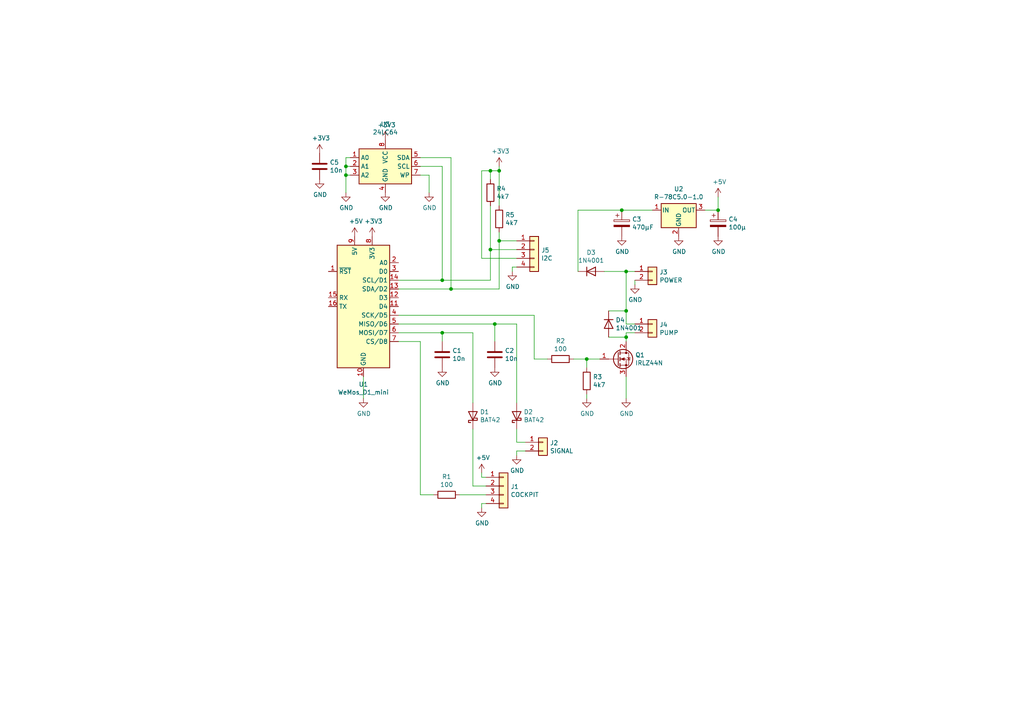
<source format=kicad_sch>
(kicad_sch (version 20211123) (generator eeschema)
  (paper "A4")
  (lib_symbols
    (symbol "Connector_Generic:Conn_01x02" (pin_names (offset 1.016) hide)
      (property "Reference" "J" (at 0 2.54 0))
      (property "Value" "Conn_01x02" (at 0 -5.08 0))
      (symbol "Conn_01x02_1_1"
        (rectangle (start -1.27 -2.413) (end 0 -2.667) (stroke (width 0.1524)))
        (rectangle (start -1.27 0.127) (end 0 -0.127) (stroke (width 0.1524)))
        (rectangle (start -1.27 1.27) (end 1.27 -3.81) (stroke (width 0.254)) (fill (type background)))
        (pin passive line (at -5.08 0 0) (length 3.81) (name "Pin_1") (number "1"))
        (pin passive line (at -5.08 -2.54 0) (length 3.81) (name "Pin_2") (number "2"))
      )
    )
    (symbol "Connector_Generic:Conn_01x04" (pin_names (offset 1.016) hide)
      (property "Reference" "J" (at 0 5.08 0))
      (property "Value" "Conn_01x04" (at 0 -7.62 0))
      (symbol "Conn_01x04_1_1"
        (rectangle (start -1.27 -4.953) (end 0 -5.207) (stroke (width 0.1524)))
        (rectangle (start -1.27 -2.413) (end 0 -2.667) (stroke (width 0.1524)))
        (rectangle (start -1.27 0.127) (end 0 -0.127) (stroke (width 0.1524)))
        (rectangle (start -1.27 2.667) (end 0 2.413) (stroke (width 0.1524)))
        (rectangle (start -1.27 3.81) (end 1.27 -6.35) (stroke (width 0.254)) (fill (type background)))
        (pin passive line (at -5.08 2.54 0) (length 3.81) (name "Pin_1") (number "1"))
        (pin passive line (at -5.08 0 0) (length 3.81) (name "Pin_2") (number "2"))
        (pin passive line (at -5.08 -2.54 0) (length 3.81) (name "Pin_3") (number "3"))
        (pin passive line (at -5.08 -5.08 0) (length 3.81) (name "Pin_4") (number "4"))
      )
    )
    (symbol "Device:C" (pin_numbers hide) (pin_names (offset 0.254))
      (property "Reference" "C" (at 0.635 2.54 0))
      (property "Value" "C" (at 0.635 -2.54 0))
      (symbol "C_0_1"
        (polyline (pts (xy -2.032 -0.762) (xy 2.032 -0.762)) (stroke (width 0.508)))
        (polyline (pts (xy -2.032 0.762) (xy 2.032 0.762)) (stroke (width 0.508)))
      )
      (symbol "C_1_1"
        (pin passive line (at 0 3.81 270) (length 2.794) (name "~") (number "1"))
        (pin passive line (at 0 -3.81 90) (length 2.794) (name "~") (number "2"))
      )
    )
    (symbol "Device:CP" (pin_numbers hide) (pin_names (offset 0.254))
      (property "Reference" "C" (at 0.635 2.54 0))
      (property "Value" "Device_CP" (at 0.635 -2.54 0))
      (symbol "CP_0_1"
        (rectangle (start -2.286 0.508) (end 2.286 1.016))
        (polyline (pts (xy -1.778 2.286) (xy -0.762 2.286)))
        (polyline (pts (xy -1.27 2.794) (xy -1.27 1.778)))
        (rectangle (start 2.286 -0.508) (end -2.286 -1.016) (fill (type outline)))
      )
      (symbol "CP_1_1"
        (pin passive line (at 0 3.81 270) (length 2.794) (name "~") (number "1"))
        (pin passive line (at 0 -3.81 90) (length 2.794) (name "~") (number "2"))
      )
    )
    (symbol "Device:R" (pin_numbers hide) (pin_names (offset 0))
      (property "Reference" "R" (at 2.032 0 90))
      (property "Value" "R" (at 0 0 90))
      (symbol "R_0_1"
        (rectangle (start -1.016 -2.54) (end 1.016 2.54) (stroke (width 0.254)))
      )
      (symbol "R_1_1"
        (pin passive line (at 0 3.81 270) (length 1.27) (name "~") (number "1"))
        (pin passive line (at 0 -3.81 90) (length 1.27) (name "~") (number "2"))
      )
    )
    (symbol "Diode:1N4001" (pin_numbers hide) (pin_names (offset 1.016) hide)
      (property "Reference" "D" (at 0 2.54 0))
      (property "Value" "1N4001" (at 0 -2.54 0))
      (symbol "1N4001_0_1"
        (polyline (pts (xy -1.27 1.27) (xy -1.27 -1.27)) (stroke (width 0.254)))
        (polyline (pts (xy 1.27 0) (xy -1.27 0)))
        (polyline (pts (xy 1.27 1.27) (xy 1.27 -1.27) (xy -1.27 0) (xy 1.27 1.27)) (stroke (width 0.254)))
      )
      (symbol "1N4001_1_1"
        (pin passive line (at -3.81 0 0) (length 2.54) (name "K") (number "1"))
        (pin passive line (at 3.81 0 180) (length 2.54) (name "A") (number "2"))
      )
    )
    (symbol "Diode:BAT42" (pin_numbers hide) (pin_names (offset 1.016) hide)
      (property "Reference" "D" (at 0 2.54 0))
      (property "Value" "BAT42" (at 0 -2.54 0))
      (symbol "BAT42_0_1"
        (polyline (pts (xy 1.27 0) (xy -1.27 0)))
        (polyline (pts (xy 1.27 1.27) (xy 1.27 -1.27) (xy -1.27 0) (xy 1.27 1.27)) (stroke (width 0.254)))
        (polyline (pts (xy -1.905 0.635) (xy -1.905 1.27) (xy -1.27 1.27) (xy -1.27 -1.27) (xy -0.635 -1.27) (xy -0.635 -0.635)) (stroke (width 0.254)))
      )
      (symbol "BAT42_1_1"
        (pin passive line (at -3.81 0 0) (length 2.54) (name "K") (number "1"))
        (pin passive line (at 3.81 0 180) (length 2.54) (name "A") (number "2"))
      )
    )
    (symbol "MCU_Module:WeMos_D1_mini"
      (property "Reference" "U" (at 3.81 19.05 0))
      (property "Value" "WeMos_D1_mini" (at 1.27 -19.05 0))
      (symbol "WeMos_D1_mini_1_1"
        (rectangle (start -7.62 17.78) (end 7.62 -17.78) (stroke (width 0.254)) (fill (type background)))
        (pin input line (at -10.16 10.16 0) (length 2.54) (name "~{RST}") (number "1"))
        (pin power_in line (at 0 -20.32 90) (length 2.54) (name "GND") (number "10"))
        (pin bidirectional line (at 10.16 0 180) (length 2.54) (name "D4") (number "11"))
        (pin bidirectional line (at 10.16 2.54 180) (length 2.54) (name "D3") (number "12"))
        (pin bidirectional line (at 10.16 5.08 180) (length 2.54) (name "SDA/D2") (number "13"))
        (pin bidirectional line (at 10.16 7.62 180) (length 2.54) (name "SCL/D1") (number "14"))
        (pin input line (at -10.16 2.54 0) (length 2.54) (name "RX") (number "15"))
        (pin output line (at -10.16 0 0) (length 2.54) (name "TX") (number "16"))
        (pin input line (at 10.16 12.7 180) (length 2.54) (name "A0") (number "2"))
        (pin bidirectional line (at 10.16 10.16 180) (length 2.54) (name "D0") (number "3"))
        (pin bidirectional line (at 10.16 -2.54 180) (length 2.54) (name "SCK/D5") (number "4"))
        (pin bidirectional line (at 10.16 -5.08 180) (length 2.54) (name "MISO/D6") (number "5"))
        (pin bidirectional line (at 10.16 -7.62 180) (length 2.54) (name "MOSI/D7") (number "6"))
        (pin bidirectional line (at 10.16 -10.16 180) (length 2.54) (name "CS/D8") (number "7"))
        (pin power_out line (at 2.54 20.32 270) (length 2.54) (name "3V3") (number "8"))
        (pin power_in line (at -2.54 20.32 270) (length 2.54) (name "5V") (number "9"))
      )
    )
    (symbol "Memory_EEPROM:24LC64"
      (property "Reference" "U" (at -6.35 6.35 0))
      (property "Value" "24LC64" (at 1.27 6.35 0))
      (symbol "24LC64_1_1"
        (rectangle (start -7.62 5.08) (end 7.62 -5.08) (stroke (width 0.254)) (fill (type background)))
        (pin input line (at -10.16 2.54 0) (length 2.54) (name "A0") (number "1"))
        (pin input line (at -10.16 0 0) (length 2.54) (name "A1") (number "2"))
        (pin input line (at -10.16 -2.54 0) (length 2.54) (name "A2") (number "3"))
        (pin power_in line (at 0 -7.62 90) (length 2.54) (name "GND") (number "4"))
        (pin bidirectional line (at 10.16 2.54 180) (length 2.54) (name "SDA") (number "5"))
        (pin input line (at 10.16 0 180) (length 2.54) (name "SCL") (number "6"))
        (pin input line (at 10.16 -2.54 180) (length 2.54) (name "WP") (number "7"))
        (pin power_in line (at 0 7.62 270) (length 2.54) (name "VCC") (number "8"))
      )
    )
    (symbol "Regulator_Switching:R-78C5.0-1.0" (pin_names (offset 0.254))
      (property "Reference" "U" (at -3.81 3.175 0))
      (property "Value" "R-78C5.0-1.0" (at 0 3.175 0))
      (symbol "R-78C5.0-1.0_0_1"
        (rectangle (start -5.08 1.905) (end 5.08 -5.08) (stroke (width 0.254)) (fill (type background)))
      )
      (symbol "R-78C5.0-1.0_1_1"
        (pin power_in line (at -7.62 0 0) (length 2.54) (name "IN") (number "1"))
        (pin power_in line (at 0 -7.62 90) (length 2.54) (name "GND") (number "2"))
        (pin power_out line (at 7.62 0 180) (length 2.54) (name "OUT") (number "3"))
      )
    )
    (symbol "Transistor_FET:IRLZ44N" (pin_names hide)
      (property "Reference" "Q" (at 6.35 1.905 0))
      (property "Value" "IRLZ44N" (at 6.35 0 0))
      (symbol "IRLZ44N_0_1"
        (polyline (pts (xy 0.254 0) (xy -2.54 0)))
        (polyline (pts (xy 0.254 1.905) (xy 0.254 -1.905)) (stroke (width 0.254)))
        (polyline (pts (xy 0.762 -1.27) (xy 0.762 -2.286)) (stroke (width 0.254)))
        (polyline (pts (xy 0.762 0.508) (xy 0.762 -0.508)) (stroke (width 0.254)))
        (polyline (pts (xy 0.762 2.286) (xy 0.762 1.27)) (stroke (width 0.254)))
        (polyline (pts (xy 2.54 2.54) (xy 2.54 1.778)))
        (polyline (pts (xy 2.54 -2.54) (xy 2.54 0) (xy 0.762 0)))
        (polyline (pts (xy 0.762 -1.778) (xy 3.302 -1.778) (xy 3.302 1.778) (xy 0.762 1.778)))
        (polyline (pts (xy 1.016 0) (xy 2.032 0.381) (xy 2.032 -0.381) (xy 1.016 0)) (fill (type outline)))
        (polyline (pts (xy 2.794 0.508) (xy 2.921 0.381) (xy 3.683 0.381) (xy 3.81 0.254)))
        (polyline (pts (xy 3.302 0.381) (xy 2.921 -0.254) (xy 3.683 -0.254) (xy 3.302 0.381)))
        (circle (center 1.651 0) (radius 2.794) (stroke (width 0.254)))
        (circle (center 2.54 -1.778) (radius 0.254) (fill (type outline)))
        (circle (center 2.54 1.778) (radius 0.254) (fill (type outline)))
      )
      (symbol "IRLZ44N_1_1"
        (pin input line (at -5.08 0 0) (length 2.54) (name "G") (number "1"))
        (pin passive line (at 2.54 5.08 270) (length 2.54) (name "D") (number "2"))
        (pin passive line (at 2.54 -5.08 90) (length 2.54) (name "S") (number "3"))
      )
    )
    (symbol "power:+3.3V" (power) (pin_names (offset 0))
      (property "Value" "+3.3V" (at 0 3.556 0))
      (symbol "+3.3V_0_1"
        (polyline (pts (xy -0.762 1.27) (xy 0 2.54)))
        (polyline (pts (xy 0 0) (xy 0 2.54)))
        (polyline (pts (xy 0 2.54) (xy 0.762 1.27)))
      )
      (symbol "+3.3V_1_1"
        (pin power_in line (at 0 0 90) (length 0) hide (name "+3V3") (number "1"))
      )
    )
    (symbol "power:+5V" (power) (pin_names (offset 0))
      (property "Value" "+5V" (at 0 3.556 0))
      (symbol "+5V_0_1"
        (polyline (pts (xy -0.762 1.27) (xy 0 2.54)))
        (polyline (pts (xy 0 0) (xy 0 2.54)))
        (polyline (pts (xy 0 2.54) (xy 0.762 1.27)))
      )
      (symbol "+5V_1_1"
        (pin power_in line (at 0 0 90) (length 0) hide (name "+5V") (number "1"))
      )
    )
    (symbol "power:GND" (power) (pin_names (offset 0))
      (property "Value" "GND" (at 0 -3.81 0))
      (symbol "GND_0_1"
        (polyline (pts (xy 0 0) (xy 0 -1.27) (xy 1.27 -1.27) (xy 0 -2.54) (xy -1.27 -1.27) (xy 0 -1.27)))
      )
      (symbol "GND_1_1"
        (pin power_in line (at 0 0 270) (length 0) hide (name "GND") (number "1"))
      )
    )
  )
  (junction (at 142.24 72.39))
  (junction (at 170.18 104.14))
  (junction (at 181.61 90.17))
  (junction (at 144.78 49.53))
  (junction (at 144.78 69.85))
  (junction (at 181.61 97.79))
  (junction (at 130.81 83.82))
  (junction (at 100.33 48.26))
  (junction (at 128.27 96.52))
  (junction (at 208.28 60.96))
  (junction (at 128.27 81.28))
  (junction (at 143.51 93.98))
  (junction (at 180.34 60.96))
  (junction (at 142.24 49.53))
  (junction (at 100.33 50.8))
  (junction (at 181.61 78.74))
  (wire (pts (xy 139.7 49.53) (xy 142.24 49.53)))
  (wire (pts (xy 149.86 77.47) (xy 148.59 77.47)))
  (wire (pts (xy 105.41 115.57) (xy 105.41 109.22)))
  (wire (pts (xy 115.57 81.28) (xy 128.27 81.28)))
  (wire (pts (xy 181.61 93.98) (xy 181.61 90.17)))
  (wire (pts (xy 137.16 124.46) (xy 137.16 140.97)))
  (wire (pts (xy 167.64 60.96) (xy 167.64 78.74)))
  (wire (pts (xy 115.57 83.82) (xy 130.81 83.82)))
  (wire (pts (xy 100.33 45.72) (xy 100.33 48.26)))
  (wire (pts (xy 181.61 78.74) (xy 184.15 78.74)))
  (wire (pts (xy 128.27 96.52) (xy 128.27 99.06)))
  (wire (pts (xy 184.15 81.28) (xy 184.15 82.55)))
  (wire (pts (xy 128.27 81.28) (xy 142.24 81.28)))
  (wire (pts (xy 115.57 96.52) (xy 128.27 96.52)))
  (wire (pts (xy 176.53 90.17) (xy 181.61 90.17)))
  (wire (pts (xy 101.6 48.26) (xy 100.33 48.26)))
  (wire (pts (xy 152.4 128.27) (xy 149.86 128.27)))
  (wire (pts (xy 154.94 91.44) (xy 154.94 104.14)))
  (wire (pts (xy 100.33 50.8) (xy 100.33 55.88)))
  (wire (pts (xy 139.7 146.05) (xy 139.7 147.32)))
  (wire (pts (xy 166.37 104.14) (xy 170.18 104.14)))
  (wire (pts (xy 142.24 59.69) (xy 142.24 72.39)))
  (wire (pts (xy 181.61 97.79) (xy 181.61 96.52)))
  (wire (pts (xy 144.78 69.85) (xy 149.86 69.85)))
  (wire (pts (xy 121.92 50.8) (xy 124.46 50.8)))
  (wire (pts (xy 142.24 72.39) (xy 149.86 72.39)))
  (wire (pts (xy 142.24 49.53) (xy 142.24 52.07)))
  (wire (pts (xy 128.27 48.26) (xy 128.27 81.28)))
  (wire (pts (xy 101.6 45.72) (xy 100.33 45.72)))
  (wire (pts (xy 154.94 104.14) (xy 158.75 104.14)))
  (wire (pts (xy 208.28 60.96) (xy 208.28 57.15)))
  (wire (pts (xy 170.18 104.14) (xy 173.99 104.14)))
  (wire (pts (xy 139.7 74.93) (xy 139.7 49.53)))
  (wire (pts (xy 181.61 115.57) (xy 181.61 109.22)))
  (wire (pts (xy 128.27 96.52) (xy 137.16 96.52)))
  (wire (pts (xy 142.24 49.53) (xy 144.78 49.53)))
  (wire (pts (xy 140.97 138.43) (xy 139.7 138.43)))
  (wire (pts (xy 121.92 48.26) (xy 128.27 48.26)))
  (wire (pts (xy 144.78 49.53) (xy 144.78 48.26)))
  (wire (pts (xy 121.92 99.06) (xy 121.92 143.51)))
  (wire (pts (xy 181.61 99.06) (xy 181.61 97.79)))
  (wire (pts (xy 181.61 90.17) (xy 181.61 78.74)))
  (wire (pts (xy 124.46 50.8) (xy 124.46 55.88)))
  (wire (pts (xy 115.57 91.44) (xy 154.94 91.44)))
  (wire (pts (xy 115.57 93.98) (xy 143.51 93.98)))
  (wire (pts (xy 167.64 60.96) (xy 180.34 60.96)))
  (wire (pts (xy 139.7 138.43) (xy 139.7 137.16)))
  (wire (pts (xy 115.57 99.06) (xy 121.92 99.06)))
  (wire (pts (xy 100.33 48.26) (xy 100.33 50.8)))
  (wire (pts (xy 121.92 143.51) (xy 125.73 143.51)))
  (wire (pts (xy 137.16 96.52) (xy 137.16 116.84)))
  (wire (pts (xy 143.51 93.98) (xy 143.51 99.06)))
  (wire (pts (xy 170.18 115.57) (xy 170.18 114.3)))
  (wire (pts (xy 144.78 67.31) (xy 144.78 69.85)))
  (wire (pts (xy 144.78 83.82) (xy 144.78 69.85)))
  (wire (pts (xy 140.97 140.97) (xy 137.16 140.97)))
  (wire (pts (xy 149.86 128.27) (xy 149.86 124.46)))
  (wire (pts (xy 176.53 97.79) (xy 181.61 97.79)))
  (wire (pts (xy 148.59 77.47) (xy 148.59 78.74)))
  (wire (pts (xy 149.86 130.81) (xy 152.4 130.81)))
  (wire (pts (xy 175.26 78.74) (xy 181.61 78.74)))
  (wire (pts (xy 140.97 146.05) (xy 139.7 146.05)))
  (wire (pts (xy 130.81 83.82) (xy 144.78 83.82)))
  (wire (pts (xy 101.6 50.8) (xy 100.33 50.8)))
  (wire (pts (xy 143.51 93.98) (xy 149.86 93.98)))
  (wire (pts (xy 184.15 93.98) (xy 181.61 93.98)))
  (wire (pts (xy 121.92 45.72) (xy 130.81 45.72)))
  (wire (pts (xy 170.18 106.68) (xy 170.18 104.14)))
  (wire (pts (xy 142.24 81.28) (xy 142.24 72.39)))
  (wire (pts (xy 181.61 96.52) (xy 184.15 96.52)))
  (wire (pts (xy 133.35 143.51) (xy 140.97 143.51)))
  (wire (pts (xy 204.47 60.96) (xy 208.28 60.96)))
  (wire (pts (xy 144.78 59.69) (xy 144.78 49.53)))
  (wire (pts (xy 149.86 74.93) (xy 139.7 74.93)))
  (wire (pts (xy 130.81 45.72) (xy 130.81 83.82)))
  (wire (pts (xy 149.86 132.08) (xy 149.86 130.81)))
  (wire (pts (xy 149.86 116.84) (xy 149.86 93.98)))
  (wire (pts (xy 180.34 60.96) (xy 189.23 60.96)))
  (symbol (lib_id "MCU_Module:WeMos_D1_mini") (at 105.41 88.9 0) (unit 1)
    (property "Reference" "U1" (at 105.41 111.4806 0))
    (property "Value" "WeMos_D1_mini" (at 105.41 113.792 0))
    (property "Footprint" "Module:WEMOS_D1_mini_light" (effects hide))
    (property "Datasheet" "https://wiki.wemos.cc/products:d1:d1_mini#documentation" (effects hide))
  )
  (symbol (lib_id "Transistor_FET:IRLZ44N") (at 179.07 104.14 0) (unit 1)
    (property "Reference" "Q1" (at 184.2516 102.9716 0) (effects (justify left)))
    (property "Value" "IRLZ44N" (at 184.2516 105.283 0) (effects (justify left)))
    (property "Footprint" "Package_TO_SOT_THT:TO-220-3_Vertical" (effects hide))
    (property "Datasheet" "http://www.irf.com/product-info/datasheets/data/irlz44n.pdf" (effects hide))
  )
  (symbol (lib_id "Device:R") (at 170.18 110.49 0) (unit 1)
    (property "Reference" "R3" (at 171.958 109.3216 0) (effects (justify left)))
    (property "Value" "4k7" (at 171.958 111.633 0) (effects (justify left)))
    (property "Footprint" "Resistor_SMD:R_0805_2012Metric_Pad1.20x1.40mm_HandSolder" (effects hide))
  )
  (symbol (lib_id "Device:R") (at 162.56 104.14 270) (unit 1)
    (property "Reference" "R2" (at 162.56 98.8822 90))
    (property "Value" "100" (at 162.56 101.1936 90))
    (property "Footprint" "Resistor_SMD:R_0805_2012Metric_Pad1.20x1.40mm_HandSolder" (effects hide))
  )
  (symbol (lib_id "power:GND") (at 170.18 115.57 0) (unit 1)
    (property "Reference" "#PWR0101" (effects hide))
    (property "Value" "GND" (at 170.307 119.9642 0))
  )
  (symbol (lib_id "power:GND") (at 181.61 115.57 0) (unit 1)
    (property "Reference" "#PWR0102" (effects hide))
    (property "Value" "GND" (at 181.737 119.9642 0))
  )
  (symbol (lib_id "power:GND") (at 105.41 115.57 0) (unit 1)
    (property "Reference" "#PWR0103" (effects hide))
    (property "Value" "GND" (at 105.537 119.9642 0))
  )
  (symbol (lib_id "Connector_Generic:Conn_01x02") (at 189.23 93.98 0) (unit 1)
    (property "Reference" "J4" (at 191.262 94.1832 0) (effects (justify left)))
    (property "Value" "PUMP" (at 191.262 96.4946 0) (effects (justify left)))
    (property "Footprint" "Connector_Phoenix_MC:PhoenixContact_MC_1,5_2-G-3.5_1x02_P3.50mm_Horizontal" (effects hide))
  )
  (symbol (lib_id "Connector_Generic:Conn_01x02") (at 189.23 78.74 0) (unit 1)
    (property "Reference" "J3" (at 191.262 78.9432 0) (effects (justify left)))
    (property "Value" "POWER" (at 191.262 81.2546 0) (effects (justify left)))
    (property "Footprint" "Connector_Phoenix_MC:PhoenixContact_MC_1,5_2-G-3.5_1x02_P3.50mm_Horizontal" (effects hide))
  )
  (symbol (lib_id "power:GND") (at 184.15 82.55 0) (unit 1)
    (property "Reference" "#PWR0104" (effects hide))
    (property "Value" "GND" (at 184.277 86.9442 0))
  )
  (symbol (lib_id "power:GND") (at 196.85 68.58 0) (unit 1)
    (property "Reference" "#PWR0105" (effects hide))
    (property "Value" "GND" (at 196.977 72.9742 0))
  )
  (symbol (lib_id "power:+3.3V") (at 107.95 68.58 0) (unit 1)
    (property "Reference" "#PWR0106" (effects hide))
    (property "Value" "+3.3V" (at 108.331 64.1858 0))
  )
  (symbol (lib_id "Regulator_Switching:R-78C5.0-1.0") (at 196.85 60.96 0) (unit 1)
    (property "Reference" "U2" (at 196.85 54.8132 0))
    (property "Value" "R-78C5.0-1.0" (at 196.85 57.1246 0))
    (property "Footprint" "Converter_DCDC:Converter_DCDC_RECOM_R-78E-0.5_THT" (effects hide))
    (property "Datasheet" "https://www.recom-power.com/pdf/Innoline/R-78Cxx-1.0.pdf" (effects hide))
  )
  (symbol (lib_id "power:+5V") (at 102.87 68.58 0) (unit 1)
    (property "Reference" "#PWR0107" (effects hide))
    (property "Value" "+5V" (at 103.251 64.1858 0))
  )
  (symbol (lib_id "power:+5V") (at 208.28 57.15 0) (unit 1)
    (property "Reference" "#PWR0108" (effects hide))
    (property "Value" "+5V" (at 208.661 52.7558 0))
  )
  (symbol (lib_id "Diode:BAT42") (at 149.86 120.65 90) (unit 1)
    (property "Reference" "D2" (at 151.892 119.4816 90) (effects (justify right)))
    (property "Value" "BAT42" (at 151.892 121.793 90) (effects (justify right)))
    (property "Footprint" "Diode_SMD:D_SOD-123" (effects hide))
    (property "Datasheet" "http://www.vishay.com/docs/85660/bat42.pdf" (effects hide))
    (property "Reichelt Order No." "BAT 42" (effects hide))
  )
  (symbol (lib_id "Connector_Generic:Conn_01x02") (at 157.48 128.27 0) (unit 1)
    (property "Reference" "J2" (at 159.512 128.4732 0) (effects (justify left)))
    (property "Value" "SIGNAL" (at 159.512 130.7846 0) (effects (justify left)))
    (property "Footprint" "Connector_PinHeader_2.54mm:PinHeader_1x02_P2.54mm_Horizontal" (effects hide))
  )
  (symbol (lib_id "Device:C") (at 128.27 102.87 0) (unit 1)
    (property "Reference" "C1" (at 131.191 101.7016 0) (effects (justify left)))
    (property "Value" "10n" (at 131.191 104.013 0) (effects (justify left)))
    (property "Footprint" "Capacitor_SMD:C_0805_2012Metric_Pad1.18x1.45mm_HandSolder" (effects hide))
  )
  (symbol (lib_id "Device:C") (at 143.51 102.87 0) (unit 1)
    (property "Reference" "C2" (at 146.431 101.7016 0) (effects (justify left)))
    (property "Value" "10n" (at 146.431 104.013 0) (effects (justify left)))
    (property "Footprint" "Capacitor_SMD:C_0805_2012Metric_Pad1.18x1.45mm_HandSolder" (effects hide))
  )
  (symbol (lib_id "power:GND") (at 143.51 106.68 0) (unit 1)
    (property "Reference" "#PWR0109" (effects hide))
    (property "Value" "GND" (at 143.637 111.0742 0))
  )
  (symbol (lib_id "power:GND") (at 128.27 106.68 0) (unit 1)
    (property "Reference" "#PWR0110" (effects hide))
    (property "Value" "GND" (at 128.397 111.0742 0))
  )
  (symbol (lib_id "Diode:BAT42") (at 137.16 120.65 90) (unit 1)
    (property "Reference" "D1" (at 139.192 119.4816 90) (effects (justify right)))
    (property "Value" "BAT42" (at 139.192 121.793 90) (effects (justify right)))
    (property "Footprint" "Diode_SMD:D_SOD-123" (effects hide))
    (property "Datasheet" "http://www.vishay.com/docs/85660/bat42.pdf" (effects hide))
    (property "Reichelt Order No." "BAT 42" (effects hide))
  )
  (symbol (lib_id "Diode:1N4001") (at 171.45 78.74 0) (unit 1)
    (property "Reference" "D3" (at 171.45 73.2282 0))
    (property "Value" "1N4001" (at 171.45 75.5396 0))
    (property "Footprint" "Diode_THT:D_DO-35_SOD27_P7.62mm_Horizontal" (effects hide))
    (property "Datasheet" "http://www.vishay.com/docs/88503/1n4001.pdf" (effects hide))
  )
  (symbol (lib_id "Device:CP") (at 180.34 64.77 0) (unit 1)
    (property "Reference" "C3" (at 183.3372 63.6016 0) (effects (justify left)))
    (property "Value" "470µF" (at 183.3372 65.913 0) (effects (justify left)))
    (property "Footprint" "Capacitor_SMD:CP_Elec_8x10" (effects hide))
    (property "Reichelt Order No." "ECC MZS350ARA471" (effects hide))
  )
  (symbol (lib_id "power:GND") (at 180.34 68.58 0) (unit 1)
    (property "Reference" "#PWR0111" (effects hide))
    (property "Value" "GND" (at 180.467 72.9742 0))
  )
  (symbol (lib_id "Device:CP") (at 208.28 64.77 0) (unit 1)
    (property "Reference" "C4" (at 211.2772 63.6016 0) (effects (justify left)))
    (property "Value" "100µ" (at 211.2772 65.913 0) (effects (justify left)))
    (property "Footprint" "Capacitor_SMD:CP_Elec_6.3x7.7" (effects hide))
    (property "Reichelt Order No." "ECC HXE250ARA101" (effects hide))
  )
  (symbol (lib_id "power:GND") (at 208.28 68.58 0) (unit 1)
    (property "Reference" "#PWR0112" (effects hide))
    (property "Value" "GND" (at 208.407 72.9742 0))
  )
  (symbol (lib_id "power:GND") (at 139.7 147.32 0) (unit 1)
    (property "Reference" "#PWR0113" (effects hide))
    (property "Value" "GND" (at 139.827 151.7142 0))
  )
  (symbol (lib_id "power:+5V") (at 139.7 137.16 0) (unit 1)
    (property "Reference" "#PWR0114" (effects hide))
    (property "Value" "+5V" (at 140.081 132.7658 0))
  )
  (symbol (lib_id "Device:R") (at 129.54 143.51 270) (unit 1)
    (property "Reference" "R1" (at 129.54 138.2522 90))
    (property "Value" "100" (at 129.54 140.5636 90))
    (property "Footprint" "Resistor_SMD:R_0805_2012Metric_Pad1.20x1.40mm_HandSolder" (effects hide))
  )
  (symbol (lib_id "Diode:1N4001") (at 176.53 93.98 270) (unit 1)
    (property "Reference" "D4" (at 178.562 92.8116 90) (effects (justify left)))
    (property "Value" "1N4001" (at 178.562 95.123 90) (effects (justify left)))
    (property "Footprint" "Diode_THT:D_DO-35_SOD27_P7.62mm_Horizontal" (effects hide))
    (property "Datasheet" "http://www.vishay.com/docs/88503/1n4001.pdf" (effects hide))
  )
  (symbol (lib_id "Connector_Generic:Conn_01x04") (at 146.05 140.97 0) (unit 1)
    (property "Reference" "J1" (at 148.082 141.1732 0) (effects (justify left)))
    (property "Value" "COCKPIT" (at 148.082 143.4846 0) (effects (justify left)))
    (property "Footprint" "Connector_PinHeader_2.54mm:PinHeader_1x04_P2.54mm_Horizontal" (effects hide))
  )
  (symbol (lib_id "power:GND") (at 149.86 132.08 0) (unit 1)
    (property "Reference" "#PWR0115" (effects hide))
    (property "Value" "GND" (at 149.987 136.4742 0))
  )
  (symbol (lib_id "Memory_EEPROM:24LC64") (at 111.76 48.26 0) (unit 1)
    (property "Reference" "U3" (at 111.76 36.0426 0))
    (property "Value" "24LC64" (at 111.76 38.354 0))
    (property "Footprint" "Package_SO:SOIC-8_3.9x4.9mm_P1.27mm" (effects hide))
    (property "Datasheet" "http://ww1.microchip.com/downloads/en/DeviceDoc/21189f.pdf" (effects hide))
  )
  (symbol (lib_id "power:+3.3V") (at 111.76 40.64 0) (unit 1)
    (property "Reference" "#PWR0118" (effects hide))
    (property "Value" "+3.3V" (at 112.141 36.2458 0))
  )
  (symbol (lib_id "power:GND") (at 111.76 55.88 0) (unit 1)
    (property "Reference" "#PWR0119" (effects hide))
    (property "Value" "GND" (at 111.887 60.2742 0))
  )
  (symbol (lib_id "power:GND") (at 100.33 55.88 0) (unit 1)
    (property "Reference" "#PWR0120" (effects hide))
    (property "Value" "GND" (at 100.457 60.2742 0))
  )
  (symbol (lib_id "Device:C") (at 92.71 48.26 0) (unit 1)
    (property "Reference" "C5" (at 95.631 47.0916 0) (effects (justify left)))
    (property "Value" "10n" (at 95.631 49.403 0) (effects (justify left)))
    (property "Footprint" "Capacitor_SMD:C_0805_2012Metric_Pad1.18x1.45mm_HandSolder" (effects hide))
  )
  (symbol (lib_id "power:GND") (at 92.71 52.07 0) (unit 1)
    (property "Reference" "#PWR0122" (effects hide))
    (property "Value" "GND" (at 92.837 56.4642 0))
  )
  (symbol (lib_id "power:+3.3V") (at 92.71 44.45 0) (unit 1)
    (property "Reference" "#PWR0123" (effects hide))
    (property "Value" "+3.3V" (at 93.091 40.0558 0))
  )
  (symbol (lib_id "power:GND") (at 124.46 55.88 0) (unit 1)
    (property "Reference" "#PWR0121" (effects hide))
    (property "Value" "GND" (at 124.587 60.2742 0))
  )
  (symbol (lib_id "Connector_Generic:Conn_01x04") (at 154.94 72.39 0) (unit 1)
    (property "Reference" "J5" (at 156.972 72.5932 0) (effects (justify left)))
    (property "Value" "I2C" (at 156.972 74.9046 0) (effects (justify left)))
    (property "Footprint" "Connector_PinHeader_2.54mm:PinHeader_1x04_P2.54mm_Horizontal" (effects hide))
  )
  (symbol (lib_id "power:+3.3V") (at 144.78 48.26 0) (unit 1)
    (property "Reference" "#PWR0116" (effects hide))
    (property "Value" "+3.3V" (at 145.161 43.8658 0))
  )
  (symbol (lib_id "power:GND") (at 148.59 78.74 0) (unit 1)
    (property "Reference" "#PWR0117" (effects hide))
    (property "Value" "GND" (at 148.717 83.1342 0))
  )
  (symbol (lib_id "Device:R") (at 142.24 55.88 180) (unit 1)
    (property "Reference" "R4" (at 144.018 54.7116 0) (effects (justify right)))
    (property "Value" "4k7" (at 144.018 57.023 0) (effects (justify right)))
    (property "Footprint" "Resistor_SMD:R_0805_2012Metric_Pad1.20x1.40mm_HandSolder" (effects hide))
  )
  (symbol (lib_id "Device:R") (at 144.78 63.5 180) (unit 1)
    (property "Reference" "R5" (at 146.558 62.3316 0) (effects (justify right)))
    (property "Value" "4k7" (at 146.558 64.643 0) (effects (justify right)))
    (property "Footprint" "Resistor_SMD:R_0805_2012Metric_Pad1.20x1.40mm_HandSolder" (effects hide))
  )
)
</source>
